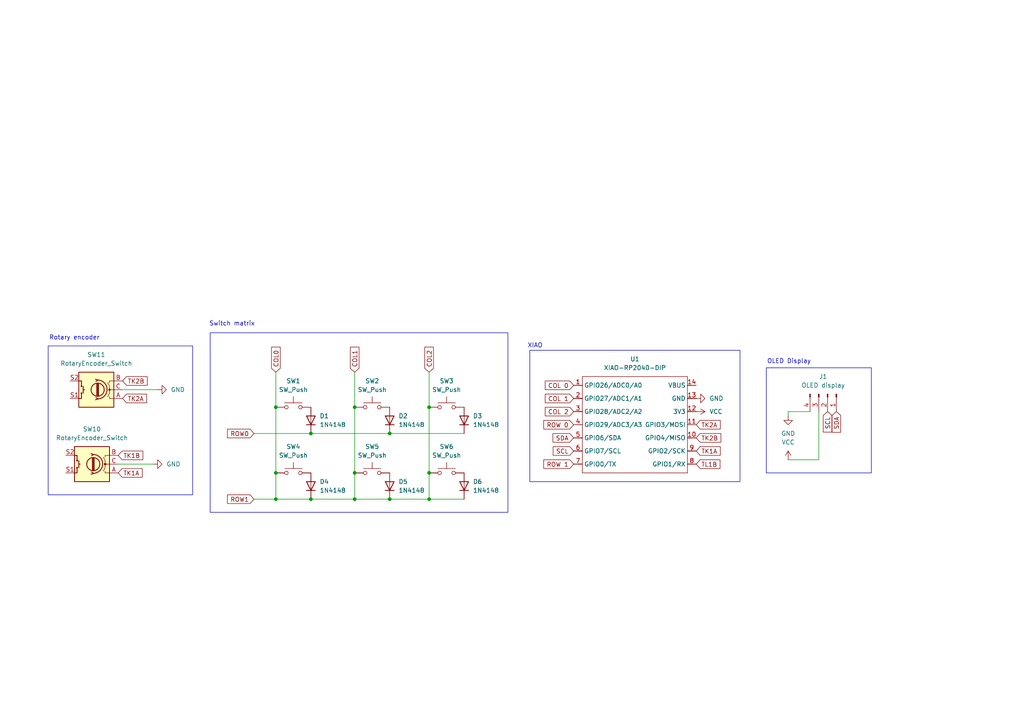
<source format=kicad_sch>
(kicad_sch
	(version 20250114)
	(generator "eeschema")
	(generator_version "9.0")
	(uuid "ef12ef29-a361-4ce9-8d5b-8c70173f7248")
	(paper "A4")
	(lib_symbols
		(symbol "Connector:Conn_01x04_Pin"
			(pin_names
				(offset 1.016)
				(hide yes)
			)
			(exclude_from_sim no)
			(in_bom yes)
			(on_board yes)
			(property "Reference" "J"
				(at 0 5.08 0)
				(effects
					(font
						(size 1.27 1.27)
					)
				)
			)
			(property "Value" "Conn_01x04_Pin"
				(at 0 -7.62 0)
				(effects
					(font
						(size 1.27 1.27)
					)
				)
			)
			(property "Footprint" ""
				(at 0 0 0)
				(effects
					(font
						(size 1.27 1.27)
					)
					(hide yes)
				)
			)
			(property "Datasheet" "~"
				(at 0 0 0)
				(effects
					(font
						(size 1.27 1.27)
					)
					(hide yes)
				)
			)
			(property "Description" "Generic connector, single row, 01x04, script generated"
				(at 0 0 0)
				(effects
					(font
						(size 1.27 1.27)
					)
					(hide yes)
				)
			)
			(property "ki_locked" ""
				(at 0 0 0)
				(effects
					(font
						(size 1.27 1.27)
					)
				)
			)
			(property "ki_keywords" "connector"
				(at 0 0 0)
				(effects
					(font
						(size 1.27 1.27)
					)
					(hide yes)
				)
			)
			(property "ki_fp_filters" "Connector*:*_1x??_*"
				(at 0 0 0)
				(effects
					(font
						(size 1.27 1.27)
					)
					(hide yes)
				)
			)
			(symbol "Conn_01x04_Pin_1_1"
				(rectangle
					(start 0.8636 2.667)
					(end 0 2.413)
					(stroke
						(width 0.1524)
						(type default)
					)
					(fill
						(type outline)
					)
				)
				(rectangle
					(start 0.8636 0.127)
					(end 0 -0.127)
					(stroke
						(width 0.1524)
						(type default)
					)
					(fill
						(type outline)
					)
				)
				(rectangle
					(start 0.8636 -2.413)
					(end 0 -2.667)
					(stroke
						(width 0.1524)
						(type default)
					)
					(fill
						(type outline)
					)
				)
				(rectangle
					(start 0.8636 -4.953)
					(end 0 -5.207)
					(stroke
						(width 0.1524)
						(type default)
					)
					(fill
						(type outline)
					)
				)
				(polyline
					(pts
						(xy 1.27 2.54) (xy 0.8636 2.54)
					)
					(stroke
						(width 0.1524)
						(type default)
					)
					(fill
						(type none)
					)
				)
				(polyline
					(pts
						(xy 1.27 0) (xy 0.8636 0)
					)
					(stroke
						(width 0.1524)
						(type default)
					)
					(fill
						(type none)
					)
				)
				(polyline
					(pts
						(xy 1.27 -2.54) (xy 0.8636 -2.54)
					)
					(stroke
						(width 0.1524)
						(type default)
					)
					(fill
						(type none)
					)
				)
				(polyline
					(pts
						(xy 1.27 -5.08) (xy 0.8636 -5.08)
					)
					(stroke
						(width 0.1524)
						(type default)
					)
					(fill
						(type none)
					)
				)
				(pin passive line
					(at 5.08 2.54 180)
					(length 3.81)
					(name "Pin_1"
						(effects
							(font
								(size 1.27 1.27)
							)
						)
					)
					(number "1"
						(effects
							(font
								(size 1.27 1.27)
							)
						)
					)
				)
				(pin passive line
					(at 5.08 0 180)
					(length 3.81)
					(name "Pin_2"
						(effects
							(font
								(size 1.27 1.27)
							)
						)
					)
					(number "2"
						(effects
							(font
								(size 1.27 1.27)
							)
						)
					)
				)
				(pin passive line
					(at 5.08 -2.54 180)
					(length 3.81)
					(name "Pin_3"
						(effects
							(font
								(size 1.27 1.27)
							)
						)
					)
					(number "3"
						(effects
							(font
								(size 1.27 1.27)
							)
						)
					)
				)
				(pin passive line
					(at 5.08 -5.08 180)
					(length 3.81)
					(name "Pin_4"
						(effects
							(font
								(size 1.27 1.27)
							)
						)
					)
					(number "4"
						(effects
							(font
								(size 1.27 1.27)
							)
						)
					)
				)
			)
			(embedded_fonts no)
		)
		(symbol "Device:RotaryEncoder_Switch"
			(pin_names
				(offset 0.254)
				(hide yes)
			)
			(exclude_from_sim no)
			(in_bom yes)
			(on_board yes)
			(property "Reference" "SW"
				(at 0 6.604 0)
				(effects
					(font
						(size 1.27 1.27)
					)
				)
			)
			(property "Value" "RotaryEncoder_Switch"
				(at 0 -6.604 0)
				(effects
					(font
						(size 1.27 1.27)
					)
				)
			)
			(property "Footprint" ""
				(at -3.81 4.064 0)
				(effects
					(font
						(size 1.27 1.27)
					)
					(hide yes)
				)
			)
			(property "Datasheet" "~"
				(at 0 6.604 0)
				(effects
					(font
						(size 1.27 1.27)
					)
					(hide yes)
				)
			)
			(property "Description" "Rotary encoder, dual channel, incremental quadrate outputs, with switch"
				(at 0 0 0)
				(effects
					(font
						(size 1.27 1.27)
					)
					(hide yes)
				)
			)
			(property "ki_keywords" "rotary switch encoder switch push button"
				(at 0 0 0)
				(effects
					(font
						(size 1.27 1.27)
					)
					(hide yes)
				)
			)
			(property "ki_fp_filters" "RotaryEncoder*Switch*"
				(at 0 0 0)
				(effects
					(font
						(size 1.27 1.27)
					)
					(hide yes)
				)
			)
			(symbol "RotaryEncoder_Switch_0_1"
				(rectangle
					(start -5.08 5.08)
					(end 5.08 -5.08)
					(stroke
						(width 0.254)
						(type default)
					)
					(fill
						(type background)
					)
				)
				(polyline
					(pts
						(xy -5.08 2.54) (xy -3.81 2.54) (xy -3.81 2.032)
					)
					(stroke
						(width 0)
						(type default)
					)
					(fill
						(type none)
					)
				)
				(polyline
					(pts
						(xy -5.08 0) (xy -3.81 0) (xy -3.81 -1.016) (xy -3.302 -2.032)
					)
					(stroke
						(width 0)
						(type default)
					)
					(fill
						(type none)
					)
				)
				(polyline
					(pts
						(xy -5.08 -2.54) (xy -3.81 -2.54) (xy -3.81 -2.032)
					)
					(stroke
						(width 0)
						(type default)
					)
					(fill
						(type none)
					)
				)
				(polyline
					(pts
						(xy -4.318 0) (xy -3.81 0) (xy -3.81 1.016) (xy -3.302 2.032)
					)
					(stroke
						(width 0)
						(type default)
					)
					(fill
						(type none)
					)
				)
				(circle
					(center -3.81 0)
					(radius 0.254)
					(stroke
						(width 0)
						(type default)
					)
					(fill
						(type outline)
					)
				)
				(polyline
					(pts
						(xy -0.635 -1.778) (xy -0.635 1.778)
					)
					(stroke
						(width 0.254)
						(type default)
					)
					(fill
						(type none)
					)
				)
				(circle
					(center -0.381 0)
					(radius 1.905)
					(stroke
						(width 0.254)
						(type default)
					)
					(fill
						(type none)
					)
				)
				(polyline
					(pts
						(xy -0.381 -1.778) (xy -0.381 1.778)
					)
					(stroke
						(width 0.254)
						(type default)
					)
					(fill
						(type none)
					)
				)
				(arc
					(start -0.381 -2.794)
					(mid -3.0988 -0.0635)
					(end -0.381 2.667)
					(stroke
						(width 0.254)
						(type default)
					)
					(fill
						(type none)
					)
				)
				(polyline
					(pts
						(xy -0.127 1.778) (xy -0.127 -1.778)
					)
					(stroke
						(width 0.254)
						(type default)
					)
					(fill
						(type none)
					)
				)
				(polyline
					(pts
						(xy 0.254 2.921) (xy -0.508 2.667) (xy 0.127 2.286)
					)
					(stroke
						(width 0.254)
						(type default)
					)
					(fill
						(type none)
					)
				)
				(polyline
					(pts
						(xy 0.254 -3.048) (xy -0.508 -2.794) (xy 0.127 -2.413)
					)
					(stroke
						(width 0.254)
						(type default)
					)
					(fill
						(type none)
					)
				)
				(polyline
					(pts
						(xy 3.81 1.016) (xy 3.81 -1.016)
					)
					(stroke
						(width 0.254)
						(type default)
					)
					(fill
						(type none)
					)
				)
				(polyline
					(pts
						(xy 3.81 0) (xy 3.429 0)
					)
					(stroke
						(width 0.254)
						(type default)
					)
					(fill
						(type none)
					)
				)
				(circle
					(center 4.318 1.016)
					(radius 0.127)
					(stroke
						(width 0.254)
						(type default)
					)
					(fill
						(type none)
					)
				)
				(circle
					(center 4.318 -1.016)
					(radius 0.127)
					(stroke
						(width 0.254)
						(type default)
					)
					(fill
						(type none)
					)
				)
				(polyline
					(pts
						(xy 5.08 2.54) (xy 4.318 2.54) (xy 4.318 1.016)
					)
					(stroke
						(width 0.254)
						(type default)
					)
					(fill
						(type none)
					)
				)
				(polyline
					(pts
						(xy 5.08 -2.54) (xy 4.318 -2.54) (xy 4.318 -1.016)
					)
					(stroke
						(width 0.254)
						(type default)
					)
					(fill
						(type none)
					)
				)
			)
			(symbol "RotaryEncoder_Switch_1_1"
				(pin passive line
					(at -7.62 2.54 0)
					(length 2.54)
					(name "A"
						(effects
							(font
								(size 1.27 1.27)
							)
						)
					)
					(number "A"
						(effects
							(font
								(size 1.27 1.27)
							)
						)
					)
				)
				(pin passive line
					(at -7.62 0 0)
					(length 2.54)
					(name "C"
						(effects
							(font
								(size 1.27 1.27)
							)
						)
					)
					(number "C"
						(effects
							(font
								(size 1.27 1.27)
							)
						)
					)
				)
				(pin passive line
					(at -7.62 -2.54 0)
					(length 2.54)
					(name "B"
						(effects
							(font
								(size 1.27 1.27)
							)
						)
					)
					(number "B"
						(effects
							(font
								(size 1.27 1.27)
							)
						)
					)
				)
				(pin passive line
					(at 7.62 2.54 180)
					(length 2.54)
					(name "S1"
						(effects
							(font
								(size 1.27 1.27)
							)
						)
					)
					(number "S1"
						(effects
							(font
								(size 1.27 1.27)
							)
						)
					)
				)
				(pin passive line
					(at 7.62 -2.54 180)
					(length 2.54)
					(name "S2"
						(effects
							(font
								(size 1.27 1.27)
							)
						)
					)
					(number "S2"
						(effects
							(font
								(size 1.27 1.27)
							)
						)
					)
				)
			)
			(embedded_fonts no)
		)
		(symbol "Diode:1N4148"
			(pin_numbers
				(hide yes)
			)
			(pin_names
				(hide yes)
			)
			(exclude_from_sim no)
			(in_bom yes)
			(on_board yes)
			(property "Reference" "D"
				(at 0 2.54 0)
				(effects
					(font
						(size 1.27 1.27)
					)
				)
			)
			(property "Value" "1N4148"
				(at 0 -2.54 0)
				(effects
					(font
						(size 1.27 1.27)
					)
				)
			)
			(property "Footprint" "Diode_THT:D_DO-35_SOD27_P7.62mm_Horizontal"
				(at 0 0 0)
				(effects
					(font
						(size 1.27 1.27)
					)
					(hide yes)
				)
			)
			(property "Datasheet" "https://assets.nexperia.com/documents/data-sheet/1N4148_1N4448.pdf"
				(at 0 0 0)
				(effects
					(font
						(size 1.27 1.27)
					)
					(hide yes)
				)
			)
			(property "Description" "100V 0.15A standard switching diode, DO-35"
				(at 0 0 0)
				(effects
					(font
						(size 1.27 1.27)
					)
					(hide yes)
				)
			)
			(property "Sim.Device" "D"
				(at 0 0 0)
				(effects
					(font
						(size 1.27 1.27)
					)
					(hide yes)
				)
			)
			(property "Sim.Pins" "1=K 2=A"
				(at 0 0 0)
				(effects
					(font
						(size 1.27 1.27)
					)
					(hide yes)
				)
			)
			(property "ki_keywords" "diode"
				(at 0 0 0)
				(effects
					(font
						(size 1.27 1.27)
					)
					(hide yes)
				)
			)
			(property "ki_fp_filters" "D*DO?35*"
				(at 0 0 0)
				(effects
					(font
						(size 1.27 1.27)
					)
					(hide yes)
				)
			)
			(symbol "1N4148_0_1"
				(polyline
					(pts
						(xy -1.27 1.27) (xy -1.27 -1.27)
					)
					(stroke
						(width 0.254)
						(type default)
					)
					(fill
						(type none)
					)
				)
				(polyline
					(pts
						(xy 1.27 1.27) (xy 1.27 -1.27) (xy -1.27 0) (xy 1.27 1.27)
					)
					(stroke
						(width 0.254)
						(type default)
					)
					(fill
						(type none)
					)
				)
				(polyline
					(pts
						(xy 1.27 0) (xy -1.27 0)
					)
					(stroke
						(width 0)
						(type default)
					)
					(fill
						(type none)
					)
				)
			)
			(symbol "1N4148_1_1"
				(pin passive line
					(at -3.81 0 0)
					(length 2.54)
					(name "K"
						(effects
							(font
								(size 1.27 1.27)
							)
						)
					)
					(number "1"
						(effects
							(font
								(size 1.27 1.27)
							)
						)
					)
				)
				(pin passive line
					(at 3.81 0 180)
					(length 2.54)
					(name "A"
						(effects
							(font
								(size 1.27 1.27)
							)
						)
					)
					(number "2"
						(effects
							(font
								(size 1.27 1.27)
							)
						)
					)
				)
			)
			(embedded_fonts no)
		)
		(symbol "Seed XIAO library:XIAO-RP2040-DIP"
			(exclude_from_sim no)
			(in_bom yes)
			(on_board yes)
			(property "Reference" "U"
				(at 0 0 0)
				(effects
					(font
						(size 1.27 1.27)
					)
				)
			)
			(property "Value" "XIAO-RP2040-DIP"
				(at 5.334 -1.778 0)
				(effects
					(font
						(size 1.27 1.27)
					)
				)
			)
			(property "Footprint" "Module:MOUDLE14P-XIAO-DIP-SMD"
				(at 14.478 -32.258 0)
				(effects
					(font
						(size 1.27 1.27)
					)
					(hide yes)
				)
			)
			(property "Datasheet" ""
				(at 0 0 0)
				(effects
					(font
						(size 1.27 1.27)
					)
					(hide yes)
				)
			)
			(property "Description" ""
				(at 0 0 0)
				(effects
					(font
						(size 1.27 1.27)
					)
					(hide yes)
				)
			)
			(symbol "XIAO-RP2040-DIP_1_0"
				(polyline
					(pts
						(xy -1.27 -2.54) (xy 29.21 -2.54)
					)
					(stroke
						(width 0.1524)
						(type solid)
					)
					(fill
						(type none)
					)
				)
				(polyline
					(pts
						(xy -1.27 -5.08) (xy -2.54 -5.08)
					)
					(stroke
						(width 0.1524)
						(type solid)
					)
					(fill
						(type none)
					)
				)
				(polyline
					(pts
						(xy -1.27 -5.08) (xy -1.27 -2.54)
					)
					(stroke
						(width 0.1524)
						(type solid)
					)
					(fill
						(type none)
					)
				)
				(polyline
					(pts
						(xy -1.27 -8.89) (xy -2.54 -8.89)
					)
					(stroke
						(width 0.1524)
						(type solid)
					)
					(fill
						(type none)
					)
				)
				(polyline
					(pts
						(xy -1.27 -8.89) (xy -1.27 -5.08)
					)
					(stroke
						(width 0.1524)
						(type solid)
					)
					(fill
						(type none)
					)
				)
				(polyline
					(pts
						(xy -1.27 -12.7) (xy -2.54 -12.7)
					)
					(stroke
						(width 0.1524)
						(type solid)
					)
					(fill
						(type none)
					)
				)
				(polyline
					(pts
						(xy -1.27 -12.7) (xy -1.27 -8.89)
					)
					(stroke
						(width 0.1524)
						(type solid)
					)
					(fill
						(type none)
					)
				)
				(polyline
					(pts
						(xy -1.27 -16.51) (xy -2.54 -16.51)
					)
					(stroke
						(width 0.1524)
						(type solid)
					)
					(fill
						(type none)
					)
				)
				(polyline
					(pts
						(xy -1.27 -16.51) (xy -1.27 -12.7)
					)
					(stroke
						(width 0.1524)
						(type solid)
					)
					(fill
						(type none)
					)
				)
				(polyline
					(pts
						(xy -1.27 -20.32) (xy -2.54 -20.32)
					)
					(stroke
						(width 0.1524)
						(type solid)
					)
					(fill
						(type none)
					)
				)
				(polyline
					(pts
						(xy -1.27 -24.13) (xy -2.54 -24.13)
					)
					(stroke
						(width 0.1524)
						(type solid)
					)
					(fill
						(type none)
					)
				)
				(polyline
					(pts
						(xy -1.27 -27.94) (xy -2.54 -27.94)
					)
					(stroke
						(width 0.1524)
						(type solid)
					)
					(fill
						(type none)
					)
				)
				(polyline
					(pts
						(xy -1.27 -30.48) (xy -1.27 -16.51)
					)
					(stroke
						(width 0.1524)
						(type solid)
					)
					(fill
						(type none)
					)
				)
				(polyline
					(pts
						(xy 29.21 -2.54) (xy 29.21 -5.08)
					)
					(stroke
						(width 0.1524)
						(type solid)
					)
					(fill
						(type none)
					)
				)
				(polyline
					(pts
						(xy 29.21 -5.08) (xy 29.21 -8.89)
					)
					(stroke
						(width 0.1524)
						(type solid)
					)
					(fill
						(type none)
					)
				)
				(polyline
					(pts
						(xy 29.21 -8.89) (xy 29.21 -12.7)
					)
					(stroke
						(width 0.1524)
						(type solid)
					)
					(fill
						(type none)
					)
				)
				(polyline
					(pts
						(xy 29.21 -12.7) (xy 29.21 -30.48)
					)
					(stroke
						(width 0.1524)
						(type solid)
					)
					(fill
						(type none)
					)
				)
				(polyline
					(pts
						(xy 29.21 -30.48) (xy -1.27 -30.48)
					)
					(stroke
						(width 0.1524)
						(type solid)
					)
					(fill
						(type none)
					)
				)
				(polyline
					(pts
						(xy 30.48 -5.08) (xy 29.21 -5.08)
					)
					(stroke
						(width 0.1524)
						(type solid)
					)
					(fill
						(type none)
					)
				)
				(polyline
					(pts
						(xy 30.48 -8.89) (xy 29.21 -8.89)
					)
					(stroke
						(width 0.1524)
						(type solid)
					)
					(fill
						(type none)
					)
				)
				(polyline
					(pts
						(xy 30.48 -12.7) (xy 29.21 -12.7)
					)
					(stroke
						(width 0.1524)
						(type solid)
					)
					(fill
						(type none)
					)
				)
				(polyline
					(pts
						(xy 30.48 -16.51) (xy 29.21 -16.51)
					)
					(stroke
						(width 0.1524)
						(type solid)
					)
					(fill
						(type none)
					)
				)
				(polyline
					(pts
						(xy 30.48 -20.32) (xy 29.21 -20.32)
					)
					(stroke
						(width 0.1524)
						(type solid)
					)
					(fill
						(type none)
					)
				)
				(polyline
					(pts
						(xy 30.48 -24.13) (xy 29.21 -24.13)
					)
					(stroke
						(width 0.1524)
						(type solid)
					)
					(fill
						(type none)
					)
				)
				(polyline
					(pts
						(xy 30.48 -27.94) (xy 29.21 -27.94)
					)
					(stroke
						(width 0.1524)
						(type solid)
					)
					(fill
						(type none)
					)
				)
				(pin passive line
					(at -3.81 -5.08 0)
					(length 2.54)
					(name "GPIO26/ADC0/A0"
						(effects
							(font
								(size 1.27 1.27)
							)
						)
					)
					(number "1"
						(effects
							(font
								(size 1.27 1.27)
							)
						)
					)
				)
				(pin passive line
					(at -3.81 -8.89 0)
					(length 2.54)
					(name "GPIO27/ADC1/A1"
						(effects
							(font
								(size 1.27 1.27)
							)
						)
					)
					(number "2"
						(effects
							(font
								(size 1.27 1.27)
							)
						)
					)
				)
				(pin passive line
					(at -3.81 -12.7 0)
					(length 2.54)
					(name "GPIO28/ADC2/A2"
						(effects
							(font
								(size 1.27 1.27)
							)
						)
					)
					(number "3"
						(effects
							(font
								(size 1.27 1.27)
							)
						)
					)
				)
				(pin passive line
					(at -3.81 -16.51 0)
					(length 2.54)
					(name "GPIO29/ADC3/A3"
						(effects
							(font
								(size 1.27 1.27)
							)
						)
					)
					(number "4"
						(effects
							(font
								(size 1.27 1.27)
							)
						)
					)
				)
				(pin passive line
					(at -3.81 -20.32 0)
					(length 2.54)
					(name "GPIO6/SDA"
						(effects
							(font
								(size 1.27 1.27)
							)
						)
					)
					(number "5"
						(effects
							(font
								(size 1.27 1.27)
							)
						)
					)
				)
				(pin passive line
					(at -3.81 -24.13 0)
					(length 2.54)
					(name "GPIO7/SCL"
						(effects
							(font
								(size 1.27 1.27)
							)
						)
					)
					(number "6"
						(effects
							(font
								(size 1.27 1.27)
							)
						)
					)
				)
				(pin passive line
					(at -3.81 -27.94 0)
					(length 2.54)
					(name "GPIO0/TX"
						(effects
							(font
								(size 1.27 1.27)
							)
						)
					)
					(number "7"
						(effects
							(font
								(size 1.27 1.27)
							)
						)
					)
				)
				(pin passive line
					(at 31.75 -5.08 180)
					(length 2.54)
					(name "VBUS"
						(effects
							(font
								(size 1.27 1.27)
							)
						)
					)
					(number "14"
						(effects
							(font
								(size 1.27 1.27)
							)
						)
					)
				)
				(pin passive line
					(at 31.75 -8.89 180)
					(length 2.54)
					(name "GND"
						(effects
							(font
								(size 1.27 1.27)
							)
						)
					)
					(number "13"
						(effects
							(font
								(size 1.27 1.27)
							)
						)
					)
				)
				(pin passive line
					(at 31.75 -12.7 180)
					(length 2.54)
					(name "3V3"
						(effects
							(font
								(size 1.27 1.27)
							)
						)
					)
					(number "12"
						(effects
							(font
								(size 1.27 1.27)
							)
						)
					)
				)
				(pin passive line
					(at 31.75 -16.51 180)
					(length 2.54)
					(name "GPIO3/MOSI"
						(effects
							(font
								(size 1.27 1.27)
							)
						)
					)
					(number "11"
						(effects
							(font
								(size 1.27 1.27)
							)
						)
					)
				)
				(pin passive line
					(at 31.75 -20.32 180)
					(length 2.54)
					(name "GPIO4/MISO"
						(effects
							(font
								(size 1.27 1.27)
							)
						)
					)
					(number "10"
						(effects
							(font
								(size 1.27 1.27)
							)
						)
					)
				)
				(pin passive line
					(at 31.75 -24.13 180)
					(length 2.54)
					(name "GPIO2/SCK"
						(effects
							(font
								(size 1.27 1.27)
							)
						)
					)
					(number "9"
						(effects
							(font
								(size 1.27 1.27)
							)
						)
					)
				)
				(pin passive line
					(at 31.75 -27.94 180)
					(length 2.54)
					(name "GPIO1/RX"
						(effects
							(font
								(size 1.27 1.27)
							)
						)
					)
					(number "8"
						(effects
							(font
								(size 1.27 1.27)
							)
						)
					)
				)
			)
			(embedded_fonts no)
		)
		(symbol "Switch:SW_Push"
			(pin_numbers
				(hide yes)
			)
			(pin_names
				(offset 1.016)
				(hide yes)
			)
			(exclude_from_sim no)
			(in_bom yes)
			(on_board yes)
			(property "Reference" "SW"
				(at 1.27 2.54 0)
				(effects
					(font
						(size 1.27 1.27)
					)
					(justify left)
				)
			)
			(property "Value" "SW_Push"
				(at 0 -1.524 0)
				(effects
					(font
						(size 1.27 1.27)
					)
				)
			)
			(property "Footprint" ""
				(at 0 5.08 0)
				(effects
					(font
						(size 1.27 1.27)
					)
					(hide yes)
				)
			)
			(property "Datasheet" "~"
				(at 0 5.08 0)
				(effects
					(font
						(size 1.27 1.27)
					)
					(hide yes)
				)
			)
			(property "Description" "Push button switch, generic, two pins"
				(at 0 0 0)
				(effects
					(font
						(size 1.27 1.27)
					)
					(hide yes)
				)
			)
			(property "ki_keywords" "switch normally-open pushbutton push-button"
				(at 0 0 0)
				(effects
					(font
						(size 1.27 1.27)
					)
					(hide yes)
				)
			)
			(symbol "SW_Push_0_1"
				(circle
					(center -2.032 0)
					(radius 0.508)
					(stroke
						(width 0)
						(type default)
					)
					(fill
						(type none)
					)
				)
				(polyline
					(pts
						(xy 0 1.27) (xy 0 3.048)
					)
					(stroke
						(width 0)
						(type default)
					)
					(fill
						(type none)
					)
				)
				(circle
					(center 2.032 0)
					(radius 0.508)
					(stroke
						(width 0)
						(type default)
					)
					(fill
						(type none)
					)
				)
				(polyline
					(pts
						(xy 2.54 1.27) (xy -2.54 1.27)
					)
					(stroke
						(width 0)
						(type default)
					)
					(fill
						(type none)
					)
				)
				(pin passive line
					(at -5.08 0 0)
					(length 2.54)
					(name "1"
						(effects
							(font
								(size 1.27 1.27)
							)
						)
					)
					(number "1"
						(effects
							(font
								(size 1.27 1.27)
							)
						)
					)
				)
				(pin passive line
					(at 5.08 0 180)
					(length 2.54)
					(name "2"
						(effects
							(font
								(size 1.27 1.27)
							)
						)
					)
					(number "2"
						(effects
							(font
								(size 1.27 1.27)
							)
						)
					)
				)
			)
			(embedded_fonts no)
		)
		(symbol "power:GND"
			(power)
			(pin_numbers
				(hide yes)
			)
			(pin_names
				(offset 0)
				(hide yes)
			)
			(exclude_from_sim no)
			(in_bom yes)
			(on_board yes)
			(property "Reference" "#PWR"
				(at 0 -6.35 0)
				(effects
					(font
						(size 1.27 1.27)
					)
					(hide yes)
				)
			)
			(property "Value" "GND"
				(at 0 -3.81 0)
				(effects
					(font
						(size 1.27 1.27)
					)
				)
			)
			(property "Footprint" ""
				(at 0 0 0)
				(effects
					(font
						(size 1.27 1.27)
					)
					(hide yes)
				)
			)
			(property "Datasheet" ""
				(at 0 0 0)
				(effects
					(font
						(size 1.27 1.27)
					)
					(hide yes)
				)
			)
			(property "Description" "Power symbol creates a global label with name \"GND\" , ground"
				(at 0 0 0)
				(effects
					(font
						(size 1.27 1.27)
					)
					(hide yes)
				)
			)
			(property "ki_keywords" "global power"
				(at 0 0 0)
				(effects
					(font
						(size 1.27 1.27)
					)
					(hide yes)
				)
			)
			(symbol "GND_0_1"
				(polyline
					(pts
						(xy 0 0) (xy 0 -1.27) (xy 1.27 -1.27) (xy 0 -2.54) (xy -1.27 -1.27) (xy 0 -1.27)
					)
					(stroke
						(width 0)
						(type default)
					)
					(fill
						(type none)
					)
				)
			)
			(symbol "GND_1_1"
				(pin power_in line
					(at 0 0 270)
					(length 0)
					(name "~"
						(effects
							(font
								(size 1.27 1.27)
							)
						)
					)
					(number "1"
						(effects
							(font
								(size 1.27 1.27)
							)
						)
					)
				)
			)
			(embedded_fonts no)
		)
		(symbol "power:VCC"
			(power)
			(pin_numbers
				(hide yes)
			)
			(pin_names
				(offset 0)
				(hide yes)
			)
			(exclude_from_sim no)
			(in_bom yes)
			(on_board yes)
			(property "Reference" "#PWR"
				(at 0 -3.81 0)
				(effects
					(font
						(size 1.27 1.27)
					)
					(hide yes)
				)
			)
			(property "Value" "VCC"
				(at 0 3.556 0)
				(effects
					(font
						(size 1.27 1.27)
					)
				)
			)
			(property "Footprint" ""
				(at 0 0 0)
				(effects
					(font
						(size 1.27 1.27)
					)
					(hide yes)
				)
			)
			(property "Datasheet" ""
				(at 0 0 0)
				(effects
					(font
						(size 1.27 1.27)
					)
					(hide yes)
				)
			)
			(property "Description" "Power symbol creates a global label with name \"VCC\""
				(at 0 0 0)
				(effects
					(font
						(size 1.27 1.27)
					)
					(hide yes)
				)
			)
			(property "ki_keywords" "global power"
				(at 0 0 0)
				(effects
					(font
						(size 1.27 1.27)
					)
					(hide yes)
				)
			)
			(symbol "VCC_0_1"
				(polyline
					(pts
						(xy -0.762 1.27) (xy 0 2.54)
					)
					(stroke
						(width 0)
						(type default)
					)
					(fill
						(type none)
					)
				)
				(polyline
					(pts
						(xy 0 2.54) (xy 0.762 1.27)
					)
					(stroke
						(width 0)
						(type default)
					)
					(fill
						(type none)
					)
				)
				(polyline
					(pts
						(xy 0 0) (xy 0 2.54)
					)
					(stroke
						(width 0)
						(type default)
					)
					(fill
						(type none)
					)
				)
			)
			(symbol "VCC_1_1"
				(pin power_in line
					(at 0 0 90)
					(length 0)
					(name "~"
						(effects
							(font
								(size 1.27 1.27)
							)
						)
					)
					(number "1"
						(effects
							(font
								(size 1.27 1.27)
							)
						)
					)
				)
			)
			(embedded_fonts no)
		)
	)
	(rectangle
		(start 60.96 96.52)
		(end 147.32 148.59)
		(stroke
			(width 0)
			(type default)
		)
		(fill
			(type none)
		)
		(uuid 43f80dc7-2235-4a0f-b607-acbd7a151fc7)
	)
	(rectangle
		(start 55.88 143.51)
		(end 13.97 100.33)
		(stroke
			(width 0)
			(type default)
		)
		(fill
			(type none)
		)
		(uuid 76fae479-426c-450a-9c9f-76ffedb64363)
	)
	(rectangle
		(start 153.67 101.6)
		(end 214.63 139.7)
		(stroke
			(width 0)
			(type default)
		)
		(fill
			(type none)
		)
		(uuid 809c61a8-6294-4974-8dd3-5f18e6712a8a)
	)
	(rectangle
		(start 222.25 106.68)
		(end 252.73 137.16)
		(stroke
			(width 0)
			(type default)
		)
		(fill
			(type none)
		)
		(uuid cb7f7a61-c26f-4f58-9bf7-cdf53d53d370)
	)
	(text "XIAO\n"
		(exclude_from_sim no)
		(at 155.194 100.33 0)
		(effects
			(font
				(size 1.27 1.27)
			)
		)
		(uuid "1e7e12e6-4e32-41ff-a017-6db39997e1f0")
	)
	(text "OLED Display\n"
		(exclude_from_sim no)
		(at 228.854 104.902 0)
		(effects
			(font
				(size 1.27 1.27)
			)
		)
		(uuid "b705dc1b-2646-4bee-82ab-092c2dbb45b8")
	)
	(text "Switch matrix\n"
		(exclude_from_sim no)
		(at 67.31 93.98 0)
		(effects
			(font
				(size 1.27 1.27)
			)
		)
		(uuid "b7b73599-099c-4562-846d-d0095f6093da")
	)
	(text "Rotary encoder\n"
		(exclude_from_sim no)
		(at 21.59 98.044 0)
		(effects
			(font
				(size 1.27 1.27)
			)
		)
		(uuid "cd7a9520-1d4d-4ae0-9bc6-717170a69d0b")
	)
	(junction
		(at 102.87 118.11)
		(diameter 0)
		(color 0 0 0 0)
		(uuid "03fe2aa5-d5d1-4876-a542-dc6f3cb6f4fa")
	)
	(junction
		(at 113.03 144.78)
		(diameter 0)
		(color 0 0 0 0)
		(uuid "129cef6e-c246-46f5-869c-2eabb4762e4d")
	)
	(junction
		(at 124.46 118.11)
		(diameter 0)
		(color 0 0 0 0)
		(uuid "16e521a0-3364-49fa-b4f8-ebf1ae7b1dc8")
	)
	(junction
		(at 124.46 144.78)
		(diameter 0)
		(color 0 0 0 0)
		(uuid "2204cf66-5848-47ac-a9d8-7df3e4c4e5de")
	)
	(junction
		(at 80.01 137.16)
		(diameter 0)
		(color 0 0 0 0)
		(uuid "257caed7-58a5-481e-9817-b1dbf6e56d99")
	)
	(junction
		(at 124.46 137.16)
		(diameter 0)
		(color 0 0 0 0)
		(uuid "4762a5e6-1595-4104-aad4-47c934737df3")
	)
	(junction
		(at 90.17 144.78)
		(diameter 0)
		(color 0 0 0 0)
		(uuid "7ff25d7b-01db-4eef-8802-5eeafc06c711")
	)
	(junction
		(at 90.17 125.73)
		(diameter 0)
		(color 0 0 0 0)
		(uuid "9bba3d03-1d74-4ebc-9f95-ffa48d853798")
	)
	(junction
		(at 102.87 137.16)
		(diameter 0)
		(color 0 0 0 0)
		(uuid "a3f734f2-2a3c-47fc-83a3-4fadbab4aa3e")
	)
	(junction
		(at 80.01 144.78)
		(diameter 0)
		(color 0 0 0 0)
		(uuid "bee3a740-8d3d-49c3-9761-089155de4da6")
	)
	(junction
		(at 113.03 125.73)
		(diameter 0)
		(color 0 0 0 0)
		(uuid "e7035507-16d1-4f7f-b7c4-a712390333dd")
	)
	(junction
		(at 80.01 118.11)
		(diameter 0)
		(color 0 0 0 0)
		(uuid "f9db9745-61fe-44b6-99e1-bc08b43a638b")
	)
	(junction
		(at 102.87 144.78)
		(diameter 0)
		(color 0 0 0 0)
		(uuid "fc5fae5a-9855-41a2-bb82-6e8875fc3609")
	)
	(wire
		(pts
			(xy 34.29 134.62) (xy 44.45 134.62)
		)
		(stroke
			(width 0)
			(type default)
		)
		(uuid "1878249b-c8c0-4bb2-996d-d997ac94b0b8")
	)
	(wire
		(pts
			(xy 80.01 137.16) (xy 80.01 144.78)
		)
		(stroke
			(width 0)
			(type default)
		)
		(uuid "1a7bebdc-caf4-41c7-adc9-30012a62910a")
	)
	(wire
		(pts
			(xy 124.46 137.16) (xy 124.46 144.78)
		)
		(stroke
			(width 0)
			(type default)
		)
		(uuid "24995ba5-9826-43cc-88af-5c6536dc7fbd")
	)
	(wire
		(pts
			(xy 228.6 119.38) (xy 228.6 120.65)
		)
		(stroke
			(width 0)
			(type default)
		)
		(uuid "297495ac-c99c-403b-bf80-214d7b88a009")
	)
	(wire
		(pts
			(xy 80.01 118.11) (xy 80.01 137.16)
		)
		(stroke
			(width 0)
			(type default)
		)
		(uuid "33d572ec-7faf-4bd1-9f0a-e50eca3d5962")
	)
	(wire
		(pts
			(xy 102.87 144.78) (xy 113.03 144.78)
		)
		(stroke
			(width 0)
			(type default)
		)
		(uuid "344e042f-7a54-44c0-85b2-12e5bc2ca716")
	)
	(wire
		(pts
			(xy 124.46 107.95) (xy 124.46 118.11)
		)
		(stroke
			(width 0)
			(type default)
		)
		(uuid "6a8bbf80-b7df-4746-9a5e-1f9d8cc18539")
	)
	(wire
		(pts
			(xy 228.6 119.38) (xy 234.95 119.38)
		)
		(stroke
			(width 0)
			(type default)
		)
		(uuid "6b44e56b-fd06-4323-93bd-85d061fc3ad0")
	)
	(wire
		(pts
			(xy 73.66 125.73) (xy 90.17 125.73)
		)
		(stroke
			(width 0)
			(type default)
		)
		(uuid "705d604d-8c42-4ae0-99ed-2006562f3db5")
	)
	(wire
		(pts
			(xy 102.87 107.95) (xy 102.87 118.11)
		)
		(stroke
			(width 0)
			(type default)
		)
		(uuid "7f2a8499-7b02-4a3e-80a4-f91430bd9827")
	)
	(wire
		(pts
			(xy 90.17 144.78) (xy 102.87 144.78)
		)
		(stroke
			(width 0)
			(type default)
		)
		(uuid "8890d25b-f891-4cda-a418-56109e671ebe")
	)
	(wire
		(pts
			(xy 80.01 107.95) (xy 80.01 118.11)
		)
		(stroke
			(width 0)
			(type default)
		)
		(uuid "93b78233-b885-4c54-a560-7a73dcfcb609")
	)
	(wire
		(pts
			(xy 80.01 144.78) (xy 90.17 144.78)
		)
		(stroke
			(width 0)
			(type default)
		)
		(uuid "9f89e21c-7c82-485a-ac8b-7d2838befcfa")
	)
	(wire
		(pts
			(xy 35.56 113.03) (xy 45.72 113.03)
		)
		(stroke
			(width 0)
			(type default)
		)
		(uuid "aa32b780-73f6-418a-b21f-47608051bfc0")
	)
	(wire
		(pts
			(xy 102.87 118.11) (xy 102.87 137.16)
		)
		(stroke
			(width 0)
			(type default)
		)
		(uuid "aa33842d-38d0-47b1-8e6b-6e40888ae71e")
	)
	(wire
		(pts
			(xy 124.46 118.11) (xy 124.46 137.16)
		)
		(stroke
			(width 0)
			(type default)
		)
		(uuid "b738f60a-7158-4d1b-af7a-1fec169763be")
	)
	(wire
		(pts
			(xy 102.87 137.16) (xy 102.87 144.78)
		)
		(stroke
			(width 0)
			(type default)
		)
		(uuid "bd1cbb46-4194-40dc-a92f-6ed656030107")
	)
	(wire
		(pts
			(xy 237.49 133.35) (xy 228.6 133.35)
		)
		(stroke
			(width 0)
			(type default)
		)
		(uuid "c722e046-47b0-46e4-acda-8edcc0fbbf4b")
	)
	(wire
		(pts
			(xy 113.03 125.73) (xy 134.62 125.73)
		)
		(stroke
			(width 0)
			(type default)
		)
		(uuid "d3b40353-b7f0-4cb2-97b3-67a640c73848")
	)
	(wire
		(pts
			(xy 124.46 144.78) (xy 134.62 144.78)
		)
		(stroke
			(width 0)
			(type default)
		)
		(uuid "d5774fb7-b2c4-45a4-8a42-7510c627b1d4")
	)
	(wire
		(pts
			(xy 113.03 144.78) (xy 124.46 144.78)
		)
		(stroke
			(width 0)
			(type default)
		)
		(uuid "ddeb84fb-5c56-4808-b3b1-8af6c6d02191")
	)
	(wire
		(pts
			(xy 73.66 144.78) (xy 80.01 144.78)
		)
		(stroke
			(width 0)
			(type default)
		)
		(uuid "e2af8a7c-ff51-4a42-8bcd-9d897c2665b8")
	)
	(wire
		(pts
			(xy 90.17 125.73) (xy 113.03 125.73)
		)
		(stroke
			(width 0)
			(type default)
		)
		(uuid "e65428b3-4474-44a0-916b-b75b087ed12d")
	)
	(wire
		(pts
			(xy 237.49 119.38) (xy 237.49 133.35)
		)
		(stroke
			(width 0)
			(type default)
		)
		(uuid "e8859b2b-39e0-4067-a11b-1dd9efcf5c72")
	)
	(global_label "COL 2"
		(shape input)
		(at 166.37 119.38 180)
		(fields_autoplaced yes)
		(effects
			(font
				(size 1.27 1.27)
			)
			(justify right)
		)
		(uuid "0c58936f-ab47-4ede-90a3-e3beb3dd806b")
		(property "Intersheetrefs" "${INTERSHEET_REFS}"
			(at 157.5791 119.38 0)
			(effects
				(font
					(size 1.27 1.27)
				)
				(justify right)
				(hide yes)
			)
		)
	)
	(global_label "TK1B"
		(shape input)
		(at 34.29 132.08 0)
		(fields_autoplaced yes)
		(effects
			(font
				(size 1.27 1.27)
			)
			(justify left)
		)
		(uuid "0c5e35f5-7c49-4cdb-8184-51256b6e02d5")
		(property "Intersheetrefs" "${INTERSHEET_REFS}"
			(at 41.9923 132.08 0)
			(effects
				(font
					(size 1.27 1.27)
				)
				(justify left)
				(hide yes)
			)
		)
	)
	(global_label "COL1"
		(shape input)
		(at 102.87 107.95 90)
		(fields_autoplaced yes)
		(effects
			(font
				(size 1.27 1.27)
			)
			(justify left)
		)
		(uuid "379e8e46-dcf9-4ef8-a384-14767ce919d4")
		(property "Intersheetrefs" "${INTERSHEET_REFS}"
			(at 102.87 100.1267 90)
			(effects
				(font
					(size 1.27 1.27)
				)
				(justify left)
				(hide yes)
			)
		)
	)
	(global_label "TK2B"
		(shape input)
		(at 35.56 110.49 0)
		(fields_autoplaced yes)
		(effects
			(font
				(size 1.27 1.27)
			)
			(justify left)
		)
		(uuid "441d3c76-1c60-4277-a43a-5d17bbbd7e17")
		(property "Intersheetrefs" "${INTERSHEET_REFS}"
			(at 43.2623 110.49 0)
			(effects
				(font
					(size 1.27 1.27)
				)
				(justify left)
				(hide yes)
			)
		)
	)
	(global_label "TL1B"
		(shape input)
		(at 201.93 134.62 0)
		(fields_autoplaced yes)
		(effects
			(font
				(size 1.27 1.27)
			)
			(justify left)
		)
		(uuid "561becd3-97c6-4ee9-90e0-ad7e783257a5")
		(property "Intersheetrefs" "${INTERSHEET_REFS}"
			(at 209.3904 134.62 0)
			(effects
				(font
					(size 1.27 1.27)
				)
				(justify left)
				(hide yes)
			)
		)
	)
	(global_label "SCL"
		(shape input)
		(at 166.37 130.81 180)
		(fields_autoplaced yes)
		(effects
			(font
				(size 1.27 1.27)
			)
			(justify right)
		)
		(uuid "5e0d8c81-80ff-4a6f-909f-063feff53ef1")
		(property "Intersheetrefs" "${INTERSHEET_REFS}"
			(at 159.8772 130.81 0)
			(effects
				(font
					(size 1.27 1.27)
				)
				(justify right)
				(hide yes)
			)
		)
	)
	(global_label "COL 0"
		(shape input)
		(at 166.37 111.76 180)
		(fields_autoplaced yes)
		(effects
			(font
				(size 1.27 1.27)
			)
			(justify right)
		)
		(uuid "688e1662-f8c8-44a9-88af-b53254c3a3e2")
		(property "Intersheetrefs" "${INTERSHEET_REFS}"
			(at 157.5791 111.76 0)
			(effects
				(font
					(size 1.27 1.27)
				)
				(justify right)
				(hide yes)
			)
		)
	)
	(global_label "TK1A"
		(shape input)
		(at 201.93 130.81 0)
		(fields_autoplaced yes)
		(effects
			(font
				(size 1.27 1.27)
			)
			(justify left)
		)
		(uuid "6e4756e7-ed03-4932-8dc5-741dfe3206ae")
		(property "Intersheetrefs" "${INTERSHEET_REFS}"
			(at 209.4509 130.81 0)
			(effects
				(font
					(size 1.27 1.27)
				)
				(justify left)
				(hide yes)
			)
		)
	)
	(global_label "COL 1"
		(shape input)
		(at 166.37 115.57 180)
		(fields_autoplaced yes)
		(effects
			(font
				(size 1.27 1.27)
			)
			(justify right)
		)
		(uuid "70cf8c80-14ad-4cb3-95e6-ae338c9f304d")
		(property "Intersheetrefs" "${INTERSHEET_REFS}"
			(at 157.5791 115.57 0)
			(effects
				(font
					(size 1.27 1.27)
				)
				(justify right)
				(hide yes)
			)
		)
	)
	(global_label "ROW1"
		(shape input)
		(at 73.66 144.78 180)
		(fields_autoplaced yes)
		(effects
			(font
				(size 1.27 1.27)
			)
			(justify right)
		)
		(uuid "8ef34711-0908-41a1-b035-3cbb4a5650d7")
		(property "Intersheetrefs" "${INTERSHEET_REFS}"
			(at 65.4134 144.78 0)
			(effects
				(font
					(size 1.27 1.27)
				)
				(justify right)
				(hide yes)
			)
		)
	)
	(global_label "TK1A"
		(shape input)
		(at 34.29 137.16 0)
		(fields_autoplaced yes)
		(effects
			(font
				(size 1.27 1.27)
			)
			(justify left)
		)
		(uuid "91748f8c-d682-4a79-9d0a-6f2919e2d3dc")
		(property "Intersheetrefs" "${INTERSHEET_REFS}"
			(at 41.8109 137.16 0)
			(effects
				(font
					(size 1.27 1.27)
				)
				(justify left)
				(hide yes)
			)
		)
	)
	(global_label "SCL"
		(shape input)
		(at 240.03 119.38 270)
		(fields_autoplaced yes)
		(effects
			(font
				(size 1.27 1.27)
			)
			(justify right)
		)
		(uuid "a4cb9595-0f80-4156-915b-71c9651e2d77")
		(property "Intersheetrefs" "${INTERSHEET_REFS}"
			(at 240.03 125.8728 90)
			(effects
				(font
					(size 1.27 1.27)
				)
				(justify right)
				(hide yes)
			)
		)
	)
	(global_label "SDA"
		(shape input)
		(at 242.57 119.38 270)
		(fields_autoplaced yes)
		(effects
			(font
				(size 1.27 1.27)
			)
			(justify right)
		)
		(uuid "b4a44f10-3e68-479e-9c15-1dafbf487699")
		(property "Intersheetrefs" "${INTERSHEET_REFS}"
			(at 242.57 125.9333 90)
			(effects
				(font
					(size 1.27 1.27)
				)
				(justify right)
				(hide yes)
			)
		)
	)
	(global_label "ROW 1"
		(shape input)
		(at 166.37 134.62 180)
		(fields_autoplaced yes)
		(effects
			(font
				(size 1.27 1.27)
			)
			(justify right)
		)
		(uuid "bd397957-980d-4a94-bb82-650d2437ee80")
		(property "Intersheetrefs" "${INTERSHEET_REFS}"
			(at 157.1558 134.62 0)
			(effects
				(font
					(size 1.27 1.27)
				)
				(justify right)
				(hide yes)
			)
		)
	)
	(global_label "SDA"
		(shape input)
		(at 166.37 127 180)
		(fields_autoplaced yes)
		(effects
			(font
				(size 1.27 1.27)
			)
			(justify right)
		)
		(uuid "bfbabd18-a6d6-4c8f-b748-0e4055b4a6bd")
		(property "Intersheetrefs" "${INTERSHEET_REFS}"
			(at 159.8167 127 0)
			(effects
				(font
					(size 1.27 1.27)
				)
				(justify right)
				(hide yes)
			)
		)
	)
	(global_label "ROW 0"
		(shape input)
		(at 166.37 123.19 180)
		(fields_autoplaced yes)
		(effects
			(font
				(size 1.27 1.27)
			)
			(justify right)
		)
		(uuid "c0940e3b-aa22-48d3-b14c-d836b9776d4b")
		(property "Intersheetrefs" "${INTERSHEET_REFS}"
			(at 157.1558 123.19 0)
			(effects
				(font
					(size 1.27 1.27)
				)
				(justify right)
				(hide yes)
			)
		)
	)
	(global_label "COL2"
		(shape input)
		(at 124.46 107.95 90)
		(fields_autoplaced yes)
		(effects
			(font
				(size 1.27 1.27)
			)
			(justify left)
		)
		(uuid "c2fa3298-7a2f-466d-b0a9-96d8f56052d9")
		(property "Intersheetrefs" "${INTERSHEET_REFS}"
			(at 124.46 100.1267 90)
			(effects
				(font
					(size 1.27 1.27)
				)
				(justify left)
				(hide yes)
			)
		)
	)
	(global_label "TK2A"
		(shape input)
		(at 201.93 123.19 0)
		(fields_autoplaced yes)
		(effects
			(font
				(size 1.27 1.27)
			)
			(justify left)
		)
		(uuid "cc386ff3-ad52-46c6-a3ef-bf8a458f8d40")
		(property "Intersheetrefs" "${INTERSHEET_REFS}"
			(at 209.4509 123.19 0)
			(effects
				(font
					(size 1.27 1.27)
				)
				(justify left)
				(hide yes)
			)
		)
	)
	(global_label "TK2A"
		(shape input)
		(at 35.56 115.57 0)
		(fields_autoplaced yes)
		(effects
			(font
				(size 1.27 1.27)
			)
			(justify left)
		)
		(uuid "e155f7d1-c3d9-45c5-89d1-30c0ad5148fd")
		(property "Intersheetrefs" "${INTERSHEET_REFS}"
			(at 43.0809 115.57 0)
			(effects
				(font
					(size 1.27 1.27)
				)
				(justify left)
				(hide yes)
			)
		)
	)
	(global_label "ROW0"
		(shape input)
		(at 73.66 125.73 180)
		(fields_autoplaced yes)
		(effects
			(font
				(size 1.27 1.27)
			)
			(justify right)
		)
		(uuid "e3df993e-d868-4fac-b8cf-2827efe1aecb")
		(property "Intersheetrefs" "${INTERSHEET_REFS}"
			(at 65.4134 125.73 0)
			(effects
				(font
					(size 1.27 1.27)
				)
				(justify right)
				(hide yes)
			)
		)
	)
	(global_label "COL0"
		(shape input)
		(at 80.01 107.95 90)
		(fields_autoplaced yes)
		(effects
			(font
				(size 1.27 1.27)
			)
			(justify left)
		)
		(uuid "e5beaa9f-9d97-4667-bd2f-9c9a93ba1414")
		(property "Intersheetrefs" "${INTERSHEET_REFS}"
			(at 80.01 100.1267 90)
			(effects
				(font
					(size 1.27 1.27)
				)
				(justify left)
				(hide yes)
			)
		)
	)
	(global_label "TK2B"
		(shape input)
		(at 201.93 127 0)
		(fields_autoplaced yes)
		(effects
			(font
				(size 1.27 1.27)
			)
			(justify left)
		)
		(uuid "ea321c1a-4bf5-4291-b114-7dc8ed48c487")
		(property "Intersheetrefs" "${INTERSHEET_REFS}"
			(at 209.6323 127 0)
			(effects
				(font
					(size 1.27 1.27)
				)
				(justify left)
				(hide yes)
			)
		)
	)
	(symbol
		(lib_id "Diode:1N4148")
		(at 90.17 121.92 90)
		(unit 1)
		(exclude_from_sim no)
		(in_bom yes)
		(on_board yes)
		(dnp no)
		(fields_autoplaced yes)
		(uuid "03c842d8-cc1f-489c-8d84-84dafd0b87cc")
		(property "Reference" "D1"
			(at 92.71 120.6499 90)
			(effects
				(font
					(size 1.27 1.27)
				)
				(justify right)
			)
		)
		(property "Value" "1N4148"
			(at 92.71 123.1899 90)
			(effects
				(font
					(size 1.27 1.27)
				)
				(justify right)
			)
		)
		(property "Footprint" "Diode_THT:D_DO-35_SOD27_P7.62mm_Horizontal"
			(at 90.17 121.92 0)
			(effects
				(font
					(size 1.27 1.27)
				)
				(hide yes)
			)
		)
		(property "Datasheet" "https://assets.nexperia.com/documents/data-sheet/1N4148_1N4448.pdf"
			(at 90.17 121.92 0)
			(effects
				(font
					(size 1.27 1.27)
				)
				(hide yes)
			)
		)
		(property "Description" "100V 0.15A standard switching diode, DO-35"
			(at 90.17 121.92 0)
			(effects
				(font
					(size 1.27 1.27)
				)
				(hide yes)
			)
		)
		(property "Sim.Device" "D"
			(at 90.17 121.92 0)
			(effects
				(font
					(size 1.27 1.27)
				)
				(hide yes)
			)
		)
		(property "Sim.Pins" "1=K 2=A"
			(at 90.17 121.92 0)
			(effects
				(font
					(size 1.27 1.27)
				)
				(hide yes)
			)
		)
		(pin "1"
			(uuid "ccfe16f1-07b7-476e-a41b-c73f325e4cd8")
		)
		(pin "2"
			(uuid "c5dd0d9a-b8fd-4664-b7dd-e0a64fa17a3c")
		)
		(instances
			(project ""
				(path "/ef12ef29-a361-4ce9-8d5b-8c70173f7248"
					(reference "D1")
					(unit 1)
				)
			)
		)
	)
	(symbol
		(lib_id "Switch:SW_Push")
		(at 129.54 137.16 0)
		(unit 1)
		(exclude_from_sim no)
		(in_bom yes)
		(on_board yes)
		(dnp no)
		(fields_autoplaced yes)
		(uuid "0f53217c-152d-4041-a07e-3c80d6077a1c")
		(property "Reference" "SW6"
			(at 129.54 129.54 0)
			(effects
				(font
					(size 1.27 1.27)
				)
			)
		)
		(property "Value" "SW_Push"
			(at 129.54 132.08 0)
			(effects
				(font
					(size 1.27 1.27)
				)
			)
		)
		(property "Footprint" "Button_Switch_Keyboard:SW_Cherry_MX_1.00u_PCB"
			(at 129.54 132.08 0)
			(effects
				(font
					(size 1.27 1.27)
				)
				(hide yes)
			)
		)
		(property "Datasheet" "~"
			(at 129.54 132.08 0)
			(effects
				(font
					(size 1.27 1.27)
				)
				(hide yes)
			)
		)
		(property "Description" "Push button switch, generic, two pins"
			(at 129.54 137.16 0)
			(effects
				(font
					(size 1.27 1.27)
				)
				(hide yes)
			)
		)
		(pin "1"
			(uuid "7722658d-503f-49a8-a3c3-58fb760aad08")
		)
		(pin "2"
			(uuid "0b1c1f72-24c8-418f-99e4-3e01800982e7")
		)
		(instances
			(project "macropad"
				(path "/ef12ef29-a361-4ce9-8d5b-8c70173f7248"
					(reference "SW6")
					(unit 1)
				)
			)
		)
	)
	(symbol
		(lib_id "power:GND")
		(at 45.72 113.03 90)
		(unit 1)
		(exclude_from_sim no)
		(in_bom yes)
		(on_board yes)
		(dnp no)
		(fields_autoplaced yes)
		(uuid "15445bea-5b7a-4782-b74e-990ed43eaadd")
		(property "Reference" "#PWR06"
			(at 52.07 113.03 0)
			(effects
				(font
					(size 1.27 1.27)
				)
				(hide yes)
			)
		)
		(property "Value" "GND"
			(at 49.53 113.0299 90)
			(effects
				(font
					(size 1.27 1.27)
				)
				(justify right)
			)
		)
		(property "Footprint" ""
			(at 45.72 113.03 0)
			(effects
				(font
					(size 1.27 1.27)
				)
				(hide yes)
			)
		)
		(property "Datasheet" ""
			(at 45.72 113.03 0)
			(effects
				(font
					(size 1.27 1.27)
				)
				(hide yes)
			)
		)
		(property "Description" "Power symbol creates a global label with name \"GND\" , ground"
			(at 45.72 113.03 0)
			(effects
				(font
					(size 1.27 1.27)
				)
				(hide yes)
			)
		)
		(pin "1"
			(uuid "b0c51260-d373-4e82-991d-d61585bdac37")
		)
		(instances
			(project "macropad"
				(path "/ef12ef29-a361-4ce9-8d5b-8c70173f7248"
					(reference "#PWR06")
					(unit 1)
				)
			)
		)
	)
	(symbol
		(lib_id "power:GND")
		(at 228.6 120.65 0)
		(unit 1)
		(exclude_from_sim no)
		(in_bom yes)
		(on_board yes)
		(dnp no)
		(fields_autoplaced yes)
		(uuid "21b59a95-93ba-4b87-a50f-b7d7dc7bc0b5")
		(property "Reference" "#PWR02"
			(at 228.6 127 0)
			(effects
				(font
					(size 1.27 1.27)
				)
				(hide yes)
			)
		)
		(property "Value" "GND"
			(at 228.6 125.73 0)
			(effects
				(font
					(size 1.27 1.27)
				)
			)
		)
		(property "Footprint" ""
			(at 228.6 120.65 0)
			(effects
				(font
					(size 1.27 1.27)
				)
				(hide yes)
			)
		)
		(property "Datasheet" ""
			(at 228.6 120.65 0)
			(effects
				(font
					(size 1.27 1.27)
				)
				(hide yes)
			)
		)
		(property "Description" "Power symbol creates a global label with name \"GND\" , ground"
			(at 228.6 120.65 0)
			(effects
				(font
					(size 1.27 1.27)
				)
				(hide yes)
			)
		)
		(pin "1"
			(uuid "beb7a451-b8d6-4bc1-80e9-cd6aa03eba55")
		)
		(instances
			(project ""
				(path "/ef12ef29-a361-4ce9-8d5b-8c70173f7248"
					(reference "#PWR02")
					(unit 1)
				)
			)
		)
	)
	(symbol
		(lib_id "power:VCC")
		(at 228.6 133.35 0)
		(unit 1)
		(exclude_from_sim no)
		(in_bom yes)
		(on_board yes)
		(dnp no)
		(fields_autoplaced yes)
		(uuid "245b270f-bc08-4caf-ac9d-9dac514b710e")
		(property "Reference" "#PWR03"
			(at 228.6 137.16 0)
			(effects
				(font
					(size 1.27 1.27)
				)
				(hide yes)
			)
		)
		(property "Value" "VCC"
			(at 228.6 128.27 0)
			(effects
				(font
					(size 1.27 1.27)
				)
			)
		)
		(property "Footprint" ""
			(at 228.6 133.35 0)
			(effects
				(font
					(size 1.27 1.27)
				)
				(hide yes)
			)
		)
		(property "Datasheet" ""
			(at 228.6 133.35 0)
			(effects
				(font
					(size 1.27 1.27)
				)
				(hide yes)
			)
		)
		(property "Description" "Power symbol creates a global label with name \"VCC\""
			(at 228.6 133.35 0)
			(effects
				(font
					(size 1.27 1.27)
				)
				(hide yes)
			)
		)
		(pin "1"
			(uuid "372b7b61-8348-4201-838c-d916e9353089")
		)
		(instances
			(project ""
				(path "/ef12ef29-a361-4ce9-8d5b-8c70173f7248"
					(reference "#PWR03")
					(unit 1)
				)
			)
		)
	)
	(symbol
		(lib_id "power:VCC")
		(at 201.93 119.38 270)
		(unit 1)
		(exclude_from_sim no)
		(in_bom yes)
		(on_board yes)
		(dnp no)
		(fields_autoplaced yes)
		(uuid "2b38cd49-f03a-4321-91f4-6f71814e7335")
		(property "Reference" "#PWR01"
			(at 198.12 119.38 0)
			(effects
				(font
					(size 1.27 1.27)
				)
				(hide yes)
			)
		)
		(property "Value" "VCC"
			(at 205.74 119.3799 90)
			(effects
				(font
					(size 1.27 1.27)
				)
				(justify left)
			)
		)
		(property "Footprint" ""
			(at 201.93 119.38 0)
			(effects
				(font
					(size 1.27 1.27)
				)
				(hide yes)
			)
		)
		(property "Datasheet" ""
			(at 201.93 119.38 0)
			(effects
				(font
					(size 1.27 1.27)
				)
				(hide yes)
			)
		)
		(property "Description" "Power symbol creates a global label with name \"VCC\""
			(at 201.93 119.38 0)
			(effects
				(font
					(size 1.27 1.27)
				)
				(hide yes)
			)
		)
		(pin "1"
			(uuid "0ef8820b-2818-407e-854f-aacd09fc819c")
		)
		(instances
			(project ""
				(path "/ef12ef29-a361-4ce9-8d5b-8c70173f7248"
					(reference "#PWR01")
					(unit 1)
				)
			)
		)
	)
	(symbol
		(lib_id "power:GND")
		(at 201.93 115.57 90)
		(unit 1)
		(exclude_from_sim no)
		(in_bom yes)
		(on_board yes)
		(dnp no)
		(fields_autoplaced yes)
		(uuid "3356d125-9701-4d27-81e7-708284eaaea4")
		(property "Reference" "#PWR05"
			(at 208.28 115.57 0)
			(effects
				(font
					(size 1.27 1.27)
				)
				(hide yes)
			)
		)
		(property "Value" "GND"
			(at 205.74 115.5699 90)
			(effects
				(font
					(size 1.27 1.27)
				)
				(justify right)
			)
		)
		(property "Footprint" ""
			(at 201.93 115.57 0)
			(effects
				(font
					(size 1.27 1.27)
				)
				(hide yes)
			)
		)
		(property "Datasheet" ""
			(at 201.93 115.57 0)
			(effects
				(font
					(size 1.27 1.27)
				)
				(hide yes)
			)
		)
		(property "Description" "Power symbol creates a global label with name \"GND\" , ground"
			(at 201.93 115.57 0)
			(effects
				(font
					(size 1.27 1.27)
				)
				(hide yes)
			)
		)
		(pin "1"
			(uuid "276a6476-0ec1-44d3-b33a-4e000cde8328")
		)
		(instances
			(project ""
				(path "/ef12ef29-a361-4ce9-8d5b-8c70173f7248"
					(reference "#PWR05")
					(unit 1)
				)
			)
		)
	)
	(symbol
		(lib_id "Diode:1N4148")
		(at 134.62 121.92 90)
		(unit 1)
		(exclude_from_sim no)
		(in_bom yes)
		(on_board yes)
		(dnp no)
		(fields_autoplaced yes)
		(uuid "388a5ae2-41a9-4d6d-9cd1-dbddd88b0c0a")
		(property "Reference" "D3"
			(at 137.16 120.6499 90)
			(effects
				(font
					(size 1.27 1.27)
				)
				(justify right)
			)
		)
		(property "Value" "1N4148"
			(at 137.16 123.1899 90)
			(effects
				(font
					(size 1.27 1.27)
				)
				(justify right)
			)
		)
		(property "Footprint" "Diode_THT:D_DO-35_SOD27_P7.62mm_Horizontal"
			(at 134.62 121.92 0)
			(effects
				(font
					(size 1.27 1.27)
				)
				(hide yes)
			)
		)
		(property "Datasheet" "https://assets.nexperia.com/documents/data-sheet/1N4148_1N4448.pdf"
			(at 134.62 121.92 0)
			(effects
				(font
					(size 1.27 1.27)
				)
				(hide yes)
			)
		)
		(property "Description" "100V 0.15A standard switching diode, DO-35"
			(at 134.62 121.92 0)
			(effects
				(font
					(size 1.27 1.27)
				)
				(hide yes)
			)
		)
		(property "Sim.Device" "D"
			(at 134.62 121.92 0)
			(effects
				(font
					(size 1.27 1.27)
				)
				(hide yes)
			)
		)
		(property "Sim.Pins" "1=K 2=A"
			(at 134.62 121.92 0)
			(effects
				(font
					(size 1.27 1.27)
				)
				(hide yes)
			)
		)
		(pin "1"
			(uuid "f4c4ffca-487f-4a2f-8089-73b8befdbfcb")
		)
		(pin "2"
			(uuid "d1058654-7ef2-40c0-9cee-c717dcfacb48")
		)
		(instances
			(project "macropad"
				(path "/ef12ef29-a361-4ce9-8d5b-8c70173f7248"
					(reference "D3")
					(unit 1)
				)
			)
		)
	)
	(symbol
		(lib_id "Diode:1N4148")
		(at 113.03 121.92 90)
		(unit 1)
		(exclude_from_sim no)
		(in_bom yes)
		(on_board yes)
		(dnp no)
		(fields_autoplaced yes)
		(uuid "3c0911a2-18d7-46a9-af39-200db1e6288b")
		(property "Reference" "D2"
			(at 115.57 120.6499 90)
			(effects
				(font
					(size 1.27 1.27)
				)
				(justify right)
			)
		)
		(property "Value" "1N4148"
			(at 115.57 123.1899 90)
			(effects
				(font
					(size 1.27 1.27)
				)
				(justify right)
			)
		)
		(property "Footprint" "Diode_THT:D_DO-35_SOD27_P7.62mm_Horizontal"
			(at 113.03 121.92 0)
			(effects
				(font
					(size 1.27 1.27)
				)
				(hide yes)
			)
		)
		(property "Datasheet" "https://assets.nexperia.com/documents/data-sheet/1N4148_1N4448.pdf"
			(at 113.03 121.92 0)
			(effects
				(font
					(size 1.27 1.27)
				)
				(hide yes)
			)
		)
		(property "Description" "100V 0.15A standard switching diode, DO-35"
			(at 113.03 121.92 0)
			(effects
				(font
					(size 1.27 1.27)
				)
				(hide yes)
			)
		)
		(property "Sim.Device" "D"
			(at 113.03 121.92 0)
			(effects
				(font
					(size 1.27 1.27)
				)
				(hide yes)
			)
		)
		(property "Sim.Pins" "1=K 2=A"
			(at 113.03 121.92 0)
			(effects
				(font
					(size 1.27 1.27)
				)
				(hide yes)
			)
		)
		(pin "1"
			(uuid "019f70ce-3540-4081-9b1f-39b3c4baf352")
		)
		(pin "2"
			(uuid "119502c9-0dce-4952-975f-f9f508e01c8f")
		)
		(instances
			(project "macropad"
				(path "/ef12ef29-a361-4ce9-8d5b-8c70173f7248"
					(reference "D2")
					(unit 1)
				)
			)
		)
	)
	(symbol
		(lib_id "power:GND")
		(at 44.45 134.62 90)
		(unit 1)
		(exclude_from_sim no)
		(in_bom yes)
		(on_board yes)
		(dnp no)
		(fields_autoplaced yes)
		(uuid "3f055a9d-ec3b-468c-a273-8edc2d5a87e0")
		(property "Reference" "#PWR04"
			(at 50.8 134.62 0)
			(effects
				(font
					(size 1.27 1.27)
				)
				(hide yes)
			)
		)
		(property "Value" "GND"
			(at 48.26 134.6199 90)
			(effects
				(font
					(size 1.27 1.27)
				)
				(justify right)
			)
		)
		(property "Footprint" ""
			(at 44.45 134.62 0)
			(effects
				(font
					(size 1.27 1.27)
				)
				(hide yes)
			)
		)
		(property "Datasheet" ""
			(at 44.45 134.62 0)
			(effects
				(font
					(size 1.27 1.27)
				)
				(hide yes)
			)
		)
		(property "Description" "Power symbol creates a global label with name \"GND\" , ground"
			(at 44.45 134.62 0)
			(effects
				(font
					(size 1.27 1.27)
				)
				(hide yes)
			)
		)
		(pin "1"
			(uuid "45b55fb3-db4a-4023-9c9b-8e08e1b9e4f5")
		)
		(instances
			(project ""
				(path "/ef12ef29-a361-4ce9-8d5b-8c70173f7248"
					(reference "#PWR04")
					(unit 1)
				)
			)
		)
	)
	(symbol
		(lib_id "Switch:SW_Push")
		(at 85.09 137.16 0)
		(unit 1)
		(exclude_from_sim no)
		(in_bom yes)
		(on_board yes)
		(dnp no)
		(fields_autoplaced yes)
		(uuid "4d56934f-be98-4c9e-922f-278edb115cbf")
		(property "Reference" "SW4"
			(at 85.09 129.54 0)
			(effects
				(font
					(size 1.27 1.27)
				)
			)
		)
		(property "Value" "SW_Push"
			(at 85.09 132.08 0)
			(effects
				(font
					(size 1.27 1.27)
				)
			)
		)
		(property "Footprint" "Button_Switch_Keyboard:SW_Cherry_MX_1.00u_PCB"
			(at 85.09 132.08 0)
			(effects
				(font
					(size 1.27 1.27)
				)
				(hide yes)
			)
		)
		(property "Datasheet" "~"
			(at 85.09 132.08 0)
			(effects
				(font
					(size 1.27 1.27)
				)
				(hide yes)
			)
		)
		(property "Description" "Push button switch, generic, two pins"
			(at 85.09 137.16 0)
			(effects
				(font
					(size 1.27 1.27)
				)
				(hide yes)
			)
		)
		(pin "1"
			(uuid "e2bd8892-6ecd-4c95-89ed-edd47b4482f3")
		)
		(pin "2"
			(uuid "82a7c447-6873-4e2f-aae9-6a217e4d49ed")
		)
		(instances
			(project "macropad"
				(path "/ef12ef29-a361-4ce9-8d5b-8c70173f7248"
					(reference "SW4")
					(unit 1)
				)
			)
		)
	)
	(symbol
		(lib_id "Switch:SW_Push")
		(at 107.95 118.11 0)
		(unit 1)
		(exclude_from_sim no)
		(in_bom yes)
		(on_board yes)
		(dnp no)
		(fields_autoplaced yes)
		(uuid "56745a81-acc6-4f60-9081-925299d84568")
		(property "Reference" "SW2"
			(at 107.95 110.49 0)
			(effects
				(font
					(size 1.27 1.27)
				)
			)
		)
		(property "Value" "SW_Push"
			(at 107.95 113.03 0)
			(effects
				(font
					(size 1.27 1.27)
				)
			)
		)
		(property "Footprint" "Button_Switch_Keyboard:SW_Cherry_MX_1.00u_PCB"
			(at 107.95 113.03 0)
			(effects
				(font
					(size 1.27 1.27)
				)
				(hide yes)
			)
		)
		(property "Datasheet" "~"
			(at 107.95 113.03 0)
			(effects
				(font
					(size 1.27 1.27)
				)
				(hide yes)
			)
		)
		(property "Description" "Push button switch, generic, two pins"
			(at 107.95 118.11 0)
			(effects
				(font
					(size 1.27 1.27)
				)
				(hide yes)
			)
		)
		(pin "1"
			(uuid "f7dc6327-a4db-4f45-ac3b-d74502a9860e")
		)
		(pin "2"
			(uuid "970c7770-c5a7-4cad-a5c9-bec3ba6e010d")
		)
		(instances
			(project "macropad"
				(path "/ef12ef29-a361-4ce9-8d5b-8c70173f7248"
					(reference "SW2")
					(unit 1)
				)
			)
		)
	)
	(symbol
		(lib_id "Switch:SW_Push")
		(at 107.95 137.16 0)
		(unit 1)
		(exclude_from_sim no)
		(in_bom yes)
		(on_board yes)
		(dnp no)
		(fields_autoplaced yes)
		(uuid "62bf553e-4d62-441f-bb30-bbc3d3d9a6b5")
		(property "Reference" "SW5"
			(at 107.95 129.54 0)
			(effects
				(font
					(size 1.27 1.27)
				)
			)
		)
		(property "Value" "SW_Push"
			(at 107.95 132.08 0)
			(effects
				(font
					(size 1.27 1.27)
				)
			)
		)
		(property "Footprint" "Button_Switch_Keyboard:SW_Cherry_MX_1.00u_PCB"
			(at 107.95 132.08 0)
			(effects
				(font
					(size 1.27 1.27)
				)
				(hide yes)
			)
		)
		(property "Datasheet" "~"
			(at 107.95 132.08 0)
			(effects
				(font
					(size 1.27 1.27)
				)
				(hide yes)
			)
		)
		(property "Description" "Push button switch, generic, two pins"
			(at 107.95 137.16 0)
			(effects
				(font
					(size 1.27 1.27)
				)
				(hide yes)
			)
		)
		(pin "1"
			(uuid "70df51cd-11b8-439d-b409-5957781a41d1")
		)
		(pin "2"
			(uuid "c3754eed-0d11-44cd-b641-06bb0b283804")
		)
		(instances
			(project "macropad"
				(path "/ef12ef29-a361-4ce9-8d5b-8c70173f7248"
					(reference "SW5")
					(unit 1)
				)
			)
		)
	)
	(symbol
		(lib_id "Device:RotaryEncoder_Switch")
		(at 27.94 113.03 180)
		(unit 1)
		(exclude_from_sim no)
		(in_bom yes)
		(on_board yes)
		(dnp no)
		(fields_autoplaced yes)
		(uuid "718e1860-07d7-487d-bfe2-f39f06d641df")
		(property "Reference" "SW11"
			(at 27.94 102.87 0)
			(effects
				(font
					(size 1.27 1.27)
				)
			)
		)
		(property "Value" "RotaryEncoder_Switch"
			(at 27.94 105.41 0)
			(effects
				(font
					(size 1.27 1.27)
				)
			)
		)
		(property "Footprint" "Rotary_Encoder:RotaryEncoder_Alps_EC11E-Switch_Vertical_H20mm"
			(at 31.75 117.094 0)
			(effects
				(font
					(size 1.27 1.27)
				)
				(hide yes)
			)
		)
		(property "Datasheet" "~"
			(at 27.94 119.634 0)
			(effects
				(font
					(size 1.27 1.27)
				)
				(hide yes)
			)
		)
		(property "Description" "Rotary encoder, dual channel, incremental quadrate outputs, with switch"
			(at 27.94 113.03 0)
			(effects
				(font
					(size 1.27 1.27)
				)
				(hide yes)
			)
		)
		(pin "S2"
			(uuid "112a3622-d5b7-4b2a-9152-12d5adcee200")
		)
		(pin "A"
			(uuid "9fbace1a-b1df-400d-8298-b26df42ea5f8")
		)
		(pin "C"
			(uuid "3c98f5e8-63b9-4ad1-b396-b78e8b33a647")
		)
		(pin "B"
			(uuid "e655f9f7-52f9-4b27-be54-f4b4c544721a")
		)
		(pin "S1"
			(uuid "e05fce7e-7572-496f-91aa-f8851fd46fe2")
		)
		(instances
			(project "macropad"
				(path "/ef12ef29-a361-4ce9-8d5b-8c70173f7248"
					(reference "SW11")
					(unit 1)
				)
			)
		)
	)
	(symbol
		(lib_id "Switch:SW_Push")
		(at 129.54 118.11 0)
		(unit 1)
		(exclude_from_sim no)
		(in_bom yes)
		(on_board yes)
		(dnp no)
		(fields_autoplaced yes)
		(uuid "795c3ec4-26e4-4545-93b2-f17c3989a44b")
		(property "Reference" "SW3"
			(at 129.54 110.49 0)
			(effects
				(font
					(size 1.27 1.27)
				)
			)
		)
		(property "Value" "SW_Push"
			(at 129.54 113.03 0)
			(effects
				(font
					(size 1.27 1.27)
				)
			)
		)
		(property "Footprint" "Button_Switch_Keyboard:SW_Cherry_MX_1.00u_PCB"
			(at 129.54 113.03 0)
			(effects
				(font
					(size 1.27 1.27)
				)
				(hide yes)
			)
		)
		(property "Datasheet" "~"
			(at 129.54 113.03 0)
			(effects
				(font
					(size 1.27 1.27)
				)
				(hide yes)
			)
		)
		(property "Description" "Push button switch, generic, two pins"
			(at 129.54 118.11 0)
			(effects
				(font
					(size 1.27 1.27)
				)
				(hide yes)
			)
		)
		(pin "1"
			(uuid "627c731e-5f19-46e0-905b-52a331e91803")
		)
		(pin "2"
			(uuid "c4f58b40-b28d-4b5c-bc1e-fbad31ab065f")
		)
		(instances
			(project "macropad"
				(path "/ef12ef29-a361-4ce9-8d5b-8c70173f7248"
					(reference "SW3")
					(unit 1)
				)
			)
		)
	)
	(symbol
		(lib_id "Device:RotaryEncoder_Switch")
		(at 26.67 134.62 180)
		(unit 1)
		(exclude_from_sim no)
		(in_bom yes)
		(on_board yes)
		(dnp no)
		(fields_autoplaced yes)
		(uuid "c55c0538-d3d4-47a3-bb81-38b5d24d8ed6")
		(property "Reference" "SW10"
			(at 26.67 124.46 0)
			(effects
				(font
					(size 1.27 1.27)
				)
			)
		)
		(property "Value" "RotaryEncoder_Switch"
			(at 26.67 127 0)
			(effects
				(font
					(size 1.27 1.27)
				)
			)
		)
		(property "Footprint" "Rotary_Encoder:RotaryEncoder_Alps_EC11E-Switch_Vertical_H20mm"
			(at 30.48 138.684 0)
			(effects
				(font
					(size 1.27 1.27)
				)
				(hide yes)
			)
		)
		(property "Datasheet" "~"
			(at 26.67 141.224 0)
			(effects
				(font
					(size 1.27 1.27)
				)
				(hide yes)
			)
		)
		(property "Description" "Rotary encoder, dual channel, incremental quadrate outputs, with switch"
			(at 26.67 134.62 0)
			(effects
				(font
					(size 1.27 1.27)
				)
				(hide yes)
			)
		)
		(pin "S2"
			(uuid "9b4c38ff-b8b0-455e-9e88-e8760286cde0")
		)
		(pin "A"
			(uuid "e8deb688-028a-4af6-a495-3eed2b81c2cb")
		)
		(pin "C"
			(uuid "29fc9c6f-2c39-4c33-83dc-49e9d6379daa")
		)
		(pin "B"
			(uuid "b4bbfd8e-fde2-4d9f-bdec-200ed96722de")
		)
		(pin "S1"
			(uuid "b3356499-085e-4a16-b72b-bdcde3bf20a0")
		)
		(instances
			(project ""
				(path "/ef12ef29-a361-4ce9-8d5b-8c70173f7248"
					(reference "SW10")
					(unit 1)
				)
			)
		)
	)
	(symbol
		(lib_id "Diode:1N4148")
		(at 134.62 140.97 90)
		(unit 1)
		(exclude_from_sim no)
		(in_bom yes)
		(on_board yes)
		(dnp no)
		(fields_autoplaced yes)
		(uuid "d758f2ce-7923-4d0d-b4ef-ec8e72300aa6")
		(property "Reference" "D6"
			(at 137.16 139.6999 90)
			(effects
				(font
					(size 1.27 1.27)
				)
				(justify right)
			)
		)
		(property "Value" "1N4148"
			(at 137.16 142.2399 90)
			(effects
				(font
					(size 1.27 1.27)
				)
				(justify right)
			)
		)
		(property "Footprint" "Diode_THT:D_DO-35_SOD27_P7.62mm_Horizontal"
			(at 134.62 140.97 0)
			(effects
				(font
					(size 1.27 1.27)
				)
				(hide yes)
			)
		)
		(property "Datasheet" "https://assets.nexperia.com/documents/data-sheet/1N4148_1N4448.pdf"
			(at 134.62 140.97 0)
			(effects
				(font
					(size 1.27 1.27)
				)
				(hide yes)
			)
		)
		(property "Description" "100V 0.15A standard switching diode, DO-35"
			(at 134.62 140.97 0)
			(effects
				(font
					(size 1.27 1.27)
				)
				(hide yes)
			)
		)
		(property "Sim.Device" "D"
			(at 134.62 140.97 0)
			(effects
				(font
					(size 1.27 1.27)
				)
				(hide yes)
			)
		)
		(property "Sim.Pins" "1=K 2=A"
			(at 134.62 140.97 0)
			(effects
				(font
					(size 1.27 1.27)
				)
				(hide yes)
			)
		)
		(pin "1"
			(uuid "853e1447-56f3-4ce7-8705-e9543bb9a6ee")
		)
		(pin "2"
			(uuid "e33cf922-0e09-419b-b772-6a33b4bab120")
		)
		(instances
			(project "macropad"
				(path "/ef12ef29-a361-4ce9-8d5b-8c70173f7248"
					(reference "D6")
					(unit 1)
				)
			)
		)
	)
	(symbol
		(lib_id "Connector:Conn_01x04_Pin")
		(at 240.03 114.3 270)
		(unit 1)
		(exclude_from_sim no)
		(in_bom yes)
		(on_board yes)
		(dnp no)
		(fields_autoplaced yes)
		(uuid "dba5a602-3ed0-45dc-8c27-1fbd3cbe2566")
		(property "Reference" "J1"
			(at 238.76 109.22 90)
			(effects
				(font
					(size 1.27 1.27)
				)
			)
		)
		(property "Value" "OLED display"
			(at 238.76 111.76 90)
			(effects
				(font
					(size 1.27 1.27)
				)
			)
		)
		(property "Footprint" "Display:Adafruit_SSD1306"
			(at 240.03 114.3 0)
			(effects
				(font
					(size 1.27 1.27)
				)
				(hide yes)
			)
		)
		(property "Datasheet" "~"
			(at 240.03 114.3 0)
			(effects
				(font
					(size 1.27 1.27)
				)
				(hide yes)
			)
		)
		(property "Description" "Generic connector, single row, 01x04, script generated"
			(at 240.03 114.3 0)
			(effects
				(font
					(size 1.27 1.27)
				)
				(hide yes)
			)
		)
		(pin "1"
			(uuid "8879f5a6-5c83-446b-91b3-38f162721a0a")
		)
		(pin "2"
			(uuid "604b0ea5-ddc8-4233-a1d0-1027aff7de6b")
		)
		(pin "3"
			(uuid "2a740717-a928-4919-91ab-a5fe3e2f86f7")
		)
		(pin "4"
			(uuid "9b29c106-25ab-4ebf-9e01-741b8e0a81f6")
		)
		(instances
			(project ""
				(path "/ef12ef29-a361-4ce9-8d5b-8c70173f7248"
					(reference "J1")
					(unit 1)
				)
			)
		)
	)
	(symbol
		(lib_id "Diode:1N4148")
		(at 90.17 140.97 90)
		(unit 1)
		(exclude_from_sim no)
		(in_bom yes)
		(on_board yes)
		(dnp no)
		(fields_autoplaced yes)
		(uuid "e72a2ee3-0233-4d04-b5e1-f83a280140e9")
		(property "Reference" "D4"
			(at 92.71 139.6999 90)
			(effects
				(font
					(size 1.27 1.27)
				)
				(justify right)
			)
		)
		(property "Value" "1N4148"
			(at 92.71 142.2399 90)
			(effects
				(font
					(size 1.27 1.27)
				)
				(justify right)
			)
		)
		(property "Footprint" "Diode_THT:D_DO-35_SOD27_P7.62mm_Horizontal"
			(at 90.17 140.97 0)
			(effects
				(font
					(size 1.27 1.27)
				)
				(hide yes)
			)
		)
		(property "Datasheet" "https://assets.nexperia.com/documents/data-sheet/1N4148_1N4448.pdf"
			(at 90.17 140.97 0)
			(effects
				(font
					(size 1.27 1.27)
				)
				(hide yes)
			)
		)
		(property "Description" "100V 0.15A standard switching diode, DO-35"
			(at 90.17 140.97 0)
			(effects
				(font
					(size 1.27 1.27)
				)
				(hide yes)
			)
		)
		(property "Sim.Device" "D"
			(at 90.17 140.97 0)
			(effects
				(font
					(size 1.27 1.27)
				)
				(hide yes)
			)
		)
		(property "Sim.Pins" "1=K 2=A"
			(at 90.17 140.97 0)
			(effects
				(font
					(size 1.27 1.27)
				)
				(hide yes)
			)
		)
		(pin "1"
			(uuid "14c14560-ea6d-4df8-8406-1f1193028965")
		)
		(pin "2"
			(uuid "233d2752-338d-4a82-b4a2-d716252c570d")
		)
		(instances
			(project "macropad"
				(path "/ef12ef29-a361-4ce9-8d5b-8c70173f7248"
					(reference "D4")
					(unit 1)
				)
			)
		)
	)
	(symbol
		(lib_id "Seed XIAO library:XIAO-RP2040-DIP")
		(at 170.18 106.68 0)
		(unit 1)
		(exclude_from_sim no)
		(in_bom yes)
		(on_board yes)
		(dnp no)
		(fields_autoplaced yes)
		(uuid "ec7ad046-b896-4678-bbf4-2a67b8105fb4")
		(property "Reference" "U1"
			(at 184.15 104.14 0)
			(effects
				(font
					(size 1.27 1.27)
				)
			)
		)
		(property "Value" "XIAO-RP2040-DIP"
			(at 184.15 106.68 0)
			(effects
				(font
					(size 1.27 1.27)
				)
			)
		)
		(property "Footprint" "RF_Module:MCU_Seeed_ESP32C3"
			(at 184.658 138.938 0)
			(effects
				(font
					(size 1.27 1.27)
				)
				(hide yes)
			)
		)
		(property "Datasheet" ""
			(at 170.18 106.68 0)
			(effects
				(font
					(size 1.27 1.27)
				)
				(hide yes)
			)
		)
		(property "Description" ""
			(at 170.18 106.68 0)
			(effects
				(font
					(size 1.27 1.27)
				)
				(hide yes)
			)
		)
		(pin "1"
			(uuid "1d625ea7-3bcd-448e-ae2f-7291893a41a7")
		)
		(pin "2"
			(uuid "d2687496-5eb5-41df-9c12-61089a8e3996")
		)
		(pin "4"
			(uuid "915e7e93-c226-4ae5-bc15-7a5f8c846965")
		)
		(pin "14"
			(uuid "bf47b55a-afea-47e3-a20a-94e06ffc46d1")
		)
		(pin "13"
			(uuid "6c34386a-6a58-4590-9609-7b05686088ea")
		)
		(pin "12"
			(uuid "40cf5322-f310-4987-9509-d8082e827a7d")
		)
		(pin "3"
			(uuid "c7c5bff2-0c1c-424a-b5f9-dd3c6dc5f6c9")
		)
		(pin "7"
			(uuid "88fb7078-79e1-435e-b13c-967872dd77aa")
		)
		(pin "11"
			(uuid "be4762f1-685f-4211-8646-9448b7d07e93")
		)
		(pin "10"
			(uuid "e45f8751-8eb2-4e49-ac80-a80097434000")
		)
		(pin "9"
			(uuid "638434c9-bc6b-4bd6-b491-ef8a984f9429")
		)
		(pin "6"
			(uuid "d7836003-c5b3-4812-b9ea-aacc1721a5a3")
		)
		(pin "8"
			(uuid "6ab4274d-39c8-474a-95b6-3abac85b515b")
		)
		(pin "5"
			(uuid "a4fdb26d-c504-4b89-8e29-a74ce272cbcc")
		)
		(instances
			(project ""
				(path "/ef12ef29-a361-4ce9-8d5b-8c70173f7248"
					(reference "U1")
					(unit 1)
				)
			)
		)
	)
	(symbol
		(lib_id "Switch:SW_Push")
		(at 85.09 118.11 0)
		(unit 1)
		(exclude_from_sim no)
		(in_bom yes)
		(on_board yes)
		(dnp no)
		(fields_autoplaced yes)
		(uuid "eea986b1-ecf1-4522-9fbb-3a6404f4fe3e")
		(property "Reference" "SW1"
			(at 85.09 110.49 0)
			(effects
				(font
					(size 1.27 1.27)
				)
			)
		)
		(property "Value" "SW_Push"
			(at 85.09 113.03 0)
			(effects
				(font
					(size 1.27 1.27)
				)
			)
		)
		(property "Footprint" "Button_Switch_Keyboard:SW_Cherry_MX_1.00u_PCB"
			(at 85.09 113.03 0)
			(effects
				(font
					(size 1.27 1.27)
				)
				(hide yes)
			)
		)
		(property "Datasheet" "~"
			(at 85.09 113.03 0)
			(effects
				(font
					(size 1.27 1.27)
				)
				(hide yes)
			)
		)
		(property "Description" "Push button switch, generic, two pins"
			(at 85.09 118.11 0)
			(effects
				(font
					(size 1.27 1.27)
				)
				(hide yes)
			)
		)
		(pin "1"
			(uuid "30c96726-7f9f-4f1f-a229-5a42e076b505")
		)
		(pin "2"
			(uuid "396104b1-9de5-4c4c-8a9b-efd3beeefa97")
		)
		(instances
			(project ""
				(path "/ef12ef29-a361-4ce9-8d5b-8c70173f7248"
					(reference "SW1")
					(unit 1)
				)
			)
		)
	)
	(symbol
		(lib_id "Diode:1N4148")
		(at 113.03 140.97 90)
		(unit 1)
		(exclude_from_sim no)
		(in_bom yes)
		(on_board yes)
		(dnp no)
		(fields_autoplaced yes)
		(uuid "f22c72ce-ad7a-44f1-b145-35789592f320")
		(property "Reference" "D5"
			(at 115.57 139.6999 90)
			(effects
				(font
					(size 1.27 1.27)
				)
				(justify right)
			)
		)
		(property "Value" "1N4148"
			(at 115.57 142.2399 90)
			(effects
				(font
					(size 1.27 1.27)
				)
				(justify right)
			)
		)
		(property "Footprint" "Diode_THT:D_DO-35_SOD27_P7.62mm_Horizontal"
			(at 113.03 140.97 0)
			(effects
				(font
					(size 1.27 1.27)
				)
				(hide yes)
			)
		)
		(property "Datasheet" "https://assets.nexperia.com/documents/data-sheet/1N4148_1N4448.pdf"
			(at 113.03 140.97 0)
			(effects
				(font
					(size 1.27 1.27)
				)
				(hide yes)
			)
		)
		(property "Description" "100V 0.15A standard switching diode, DO-35"
			(at 113.03 140.97 0)
			(effects
				(font
					(size 1.27 1.27)
				)
				(hide yes)
			)
		)
		(property "Sim.Device" "D"
			(at 113.03 140.97 0)
			(effects
				(font
					(size 1.27 1.27)
				)
				(hide yes)
			)
		)
		(property "Sim.Pins" "1=K 2=A"
			(at 113.03 140.97 0)
			(effects
				(font
					(size 1.27 1.27)
				)
				(hide yes)
			)
		)
		(pin "1"
			(uuid "af6b7e83-d987-44a6-a792-be48af93261e")
		)
		(pin "2"
			(uuid "463e948a-89a6-4218-a4ba-a7f20ee062f9")
		)
		(instances
			(project "macropad"
				(path "/ef12ef29-a361-4ce9-8d5b-8c70173f7248"
					(reference "D5")
					(unit 1)
				)
			)
		)
	)
	(sheet_instances
		(path "/"
			(page "1")
		)
	)
	(embedded_fonts no)
)

</source>
